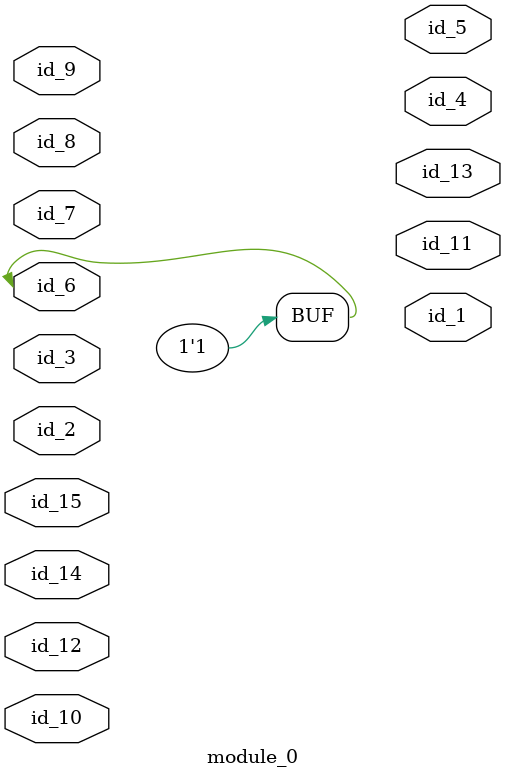
<source format=v>
module module_0 (
    id_1,
    id_2,
    id_3,
    id_4,
    id_5,
    id_6,
    id_7,
    id_8,
    id_9,
    id_10,
    id_11,
    id_12,
    id_13,
    id_14,
    id_15
);
  input id_15;
  inout id_14;
  output id_13;
  inout id_12;
  output id_11;
  inout id_10;
  input id_9;
  input id_8;
  input id_7;
  inout id_6;
  output id_5;
  output id_4;
  inout id_3;
  inout id_2;
  output id_1;
  assign id_6 = 1;
endmodule

</source>
